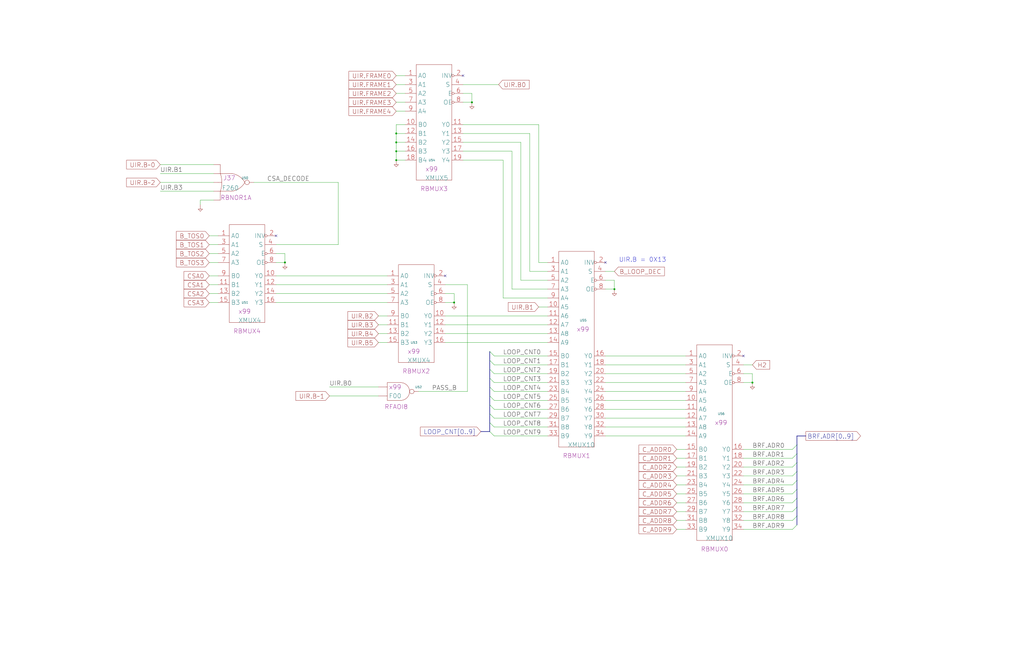
<source format=kicad_sch>
(kicad_sch (version 20230121) (generator eeschema)
  (paper "User" 584.2 378.46)
  (title_block (title "REGISTER FILE CONTROL\\nB ADDRESS GENERATION") (date "22-MAR-90") (rev "1.0") (comment 1 "VALUE") (comment 2 "232-003063") (comment 3 "S400") (comment 4 "RELEASED"))
  (lib_symbols
    (symbol "r1000:F00" (pin_numbers hide) (pin_names hide)
      (property "Reference" "U" (at 15.24 0 0))
      (property "Value" "F00" (at 1.905 -5.08 0))
      (property "Location" "___" (at 1.905 0 0))
      (property "Name" "______" (at 2.54 -12.7 0))
      (symbol "F00_0_1"
        (polyline (pts (xy -2.54 -7.62) (xy 5.08 -7.62)) (stroke (width 0.1524)))
        (polyline (pts (xy -2.54 2.54) (xy -2.54 -7.62)) (stroke (width 0.1524)))
        (polyline (pts (xy -2.54 2.54) (xy 5.08 2.54)) (stroke (width 0.1524)))
        (arc (start 5.08 -7.62) (mid 10.1282 -2.54) (end 5.08 2.54) (stroke (width 0.1524)))
        (circle (center 11.43 -2.54) (radius 1.27) (stroke (width 0.1524)))
      )
      (symbol "F00_0_2"
        (circle (center -3.81 -5.08) (radius 1.27) (stroke (width 0.1524)))
        (circle (center -3.81 0) (radius 1.27) (stroke (width 0.1524)))
        (arc (start -3.175 -7.62) (mid -2.134 -2.54) (end -3.175 2.54) (stroke (width 0.1524)))
        (polyline (pts (xy -3.175 -7.62) (xy 3.81 -7.62)) (stroke (width 0.1524)))
        (polyline (pts (xy -3.175 2.54) (xy 3.81 2.54)) (stroke (width 0.1524)))
        (arc (start 3.81 -7.62) (mid 7.5855 -5.8306) (end 10.16 -2.54) (stroke (width 0.1524)))
        (arc (start 10.16 -2.54) (mid 7.5827 0.7471) (end 3.81 2.54) (stroke (width 0.1524)))
      )
      (symbol "F00_1_1"
        (pin input line (at -7.62 0 0) (length 5.08) (name "D0") (number "1"))
        (pin input line (at -7.62 -5.08 0) (length 5.08) (name "D1") (number "2"))
        (pin output line (at 15.24 -2.54 180) (length 2.54) (name "Q") (number "3"))
      )
      (symbol "F00_1_2"
        (pin input line (at -7.62 0 0) (length 2.54) (name "D0") (number "1"))
        (pin input line (at -7.62 -5.08 0) (length 2.54) (name "D1") (number "2"))
        (pin output line (at 15.24 -2.54 180) (length 5.08) (name "Q") (number "3"))
      )
    )
    (symbol "r1000:F260" (pin_numbers hide) (pin_names hide)
      (property "Reference" "U" (at 10.16 0 0))
      (property "Value" "F260" (at 1.905 -5.715 0))
      (property "Location" "___" (at 1.27 0 0))
      (property "Name" "______" (at 5.08 -12.7 0))
      (symbol "F260_0_1"
        (arc (start -3.8173 -7.62) (mid -2.9926 -2.54) (end -3.8173 2.54) (stroke (width 0.1524)))
        (polyline (pts (xy -5.08 -7.62) (xy -3.81 -7.62)) (stroke (width 0.1524)))
        (polyline (pts (xy -5.08 -2.54) (xy -3.0226 -2.54)) (stroke (width 0.1524)))
        (polyline (pts (xy -5.08 2.54) (xy -3.81 2.54)) (stroke (width 0.1524)))
        (polyline (pts (xy -3.81 -7.62) (xy 2.54 -7.62)) (stroke (width 0.1524)))
        (polyline (pts (xy -3.81 2.54) (xy 2.54 2.54)) (stroke (width 0.1524)))
        (polyline (pts (xy -5.08 -12.7) (xy -3.81 -12.7) (xy -3.81 -7.62)) (stroke (width 0.1524)))
        (polyline (pts (xy -5.08 7.62) (xy -3.81 7.62) (xy -3.81 2.54)) (stroke (width 0.1524)))
        (arc (start 2.54 -7.62) (mid 6.9504 -5.9805) (end 10.16 -2.54) (stroke (width 0.1524)))
        (arc (start 10.16 -2.54) (mid 6.9516 0.9024) (end 2.54 2.54) (stroke (width 0.1524)))
        (circle (center 11.43 -2.54) (radius 1.27) (stroke (width 0.1524)))
      )
      (symbol "F260_0_2"
        (circle (center -6.35 -12.7) (radius 1.27) (stroke (width 0.1524)))
        (circle (center -6.35 -7.62) (radius 1.27) (stroke (width 0.1524)))
        (circle (center -6.35 -2.54) (radius 1.27) (stroke (width 0.1524)))
        (circle (center -6.35 2.54) (radius 1.27) (stroke (width 0.1524)))
        (circle (center -6.35 7.62) (radius 1.27) (stroke (width 0.1524)))
        (polyline (pts (xy -5.08 -13.97) (xy -5.08 8.89)) (stroke (width 0.1524)))
        (polyline (pts (xy -5.08 -7.62) (xy 2.54 -7.62)) (stroke (width 0.1524)))
        (polyline (pts (xy -5.08 2.54) (xy 2.54 2.54)) (stroke (width 0.1524)))
        (arc (start 2.54 -7.62) (mid 6.1321 -6.1321) (end 7.62 -2.54) (stroke (width 0.1524)))
        (arc (start 7.62 -2.54) (mid 6.1321 1.0521) (end 2.54 2.54) (stroke (width 0.1524)))
      )
      (symbol "F260_1_1"
        (pin input line (at -7.62 -2.54 0) (length 2.54) (name "D2") (number "1"))
        (pin input line (at -7.62 7.62 0) (length 2.54) (name "D0") (number "12"))
        (pin input line (at -7.62 2.54 0) (length 2.54) (name "D1") (number "13"))
        (pin input line (at -7.62 -7.62 0) (length 2.54) (name "D3") (number "2"))
        (pin input line (at -7.62 -12.7 0) (length 2.54) (name "D4") (number "3"))
        (pin output line (at 15.24 -2.54 180) (length 2.54) (name "Q") (number "5"))
      )
      (symbol "F260_1_2"
        (pin input line (at -7.62 -2.54 0) (length 0) (name "D2") (number "1"))
        (pin input line (at -7.62 7.62 0) (length 0) (name "D0") (number "12"))
        (pin input line (at -7.62 2.54 0) (length 0) (name "D1") (number "13"))
        (pin input line (at -7.62 -7.62 0) (length 0) (name "D3") (number "2"))
        (pin input line (at -7.62 -12.7 0) (length 0) (name "D4") (number "3"))
        (pin output line (at 15.24 -2.54 180) (length 7.62) (name "Q") (number "5"))
      )
    )
    (symbol "r1000:PD" (power) (pin_numbers hide) (pin_names hide) (in_bom no)
      (symbol "PD_0_1"
        (polyline (pts (xy 0 -2.54) (xy 1.27 -2.54) (xy 0 -3.81) (xy -1.27 -2.54) (xy 0 -2.54)) (stroke (width 0.1524)))
      )
      (symbol "PD_1_1"
        (pin power_in line (at 0 0 270) (length 2.54) (name "PD") (number "1"))
      )
    )
    (symbol "r1000:XMUX10" (pin_names (offset 1.016))
      (property "Reference" "U" (at 2.54 5.08 0))
      (property "Value" "XMUX10" (at -6.35 -66.04 0))
      (property "Location" "___" (at -1.27 0 0))
      (property "Name" "______" (at -1.27 -73.66 0))
      (symbol "XMUX10_1_1"
        (rectangle (start -11.43 44.45) (end 8.89 -67.31))
        (circle (center 9.525 22.86) (radius 0.635))
        (circle (center 9.525 27.94) (radius 0.635))
        (circle (center 9.525 38.1) (radius 0.635))
        (pin input line (at -17.78 38.1 0) (length 6.35) (name "A0") (number "1"))
        (pin input line (at -17.78 12.7 0) (length 6.35) (name "A5") (number "10"))
        (pin input line (at -17.78 7.62 0) (length 6.35) (name "A6") (number "11"))
        (pin input line (at -17.78 2.54 0) (length 6.35) (name "A7") (number "12"))
        (pin input line (at -17.78 -2.54 0) (length 6.35) (name "A8") (number "13"))
        (pin input line (at -17.78 -7.62 0) (length 6.35) (name "A9") (number "14"))
        (pin input line (at -17.78 -15.24 0) (length 6.35) (name "B0") (number "15"))
        (pin tri_state line (at 15.24 -15.24 180) (length 6.35) (name "Y0") (number "16"))
        (pin input line (at -17.78 -20.32 0) (length 6.35) (name "B1") (number "17"))
        (pin tri_state line (at 15.24 -20.32 180) (length 6.35) (name "Y1") (number "18"))
        (pin input line (at -17.78 -25.4 0) (length 6.35) (name "B2") (number "19"))
        (pin input line (at 15.24 38.1 180) (length 5.08) (name "INV") (number "2"))
        (pin tri_state line (at 15.24 -25.4 180) (length 6.35) (name "Y2") (number "20"))
        (pin input line (at -17.78 -30.48 0) (length 6.35) (name "B3") (number "21"))
        (pin tri_state line (at 15.24 -30.48 180) (length 6.35) (name "Y3") (number "22"))
        (pin input line (at -17.78 -35.56 0) (length 6.35) (name "B4") (number "23"))
        (pin tri_state line (at 15.24 -35.56 180) (length 6.35) (name "Y4") (number "24"))
        (pin input line (at -17.78 -40.64 0) (length 6.35) (name "B5") (number "25"))
        (pin tri_state line (at 15.24 -40.64 180) (length 6.35) (name "Y5") (number "26"))
        (pin input line (at -17.78 -45.72 0) (length 6.35) (name "B6") (number "27"))
        (pin tri_state line (at 15.24 -45.72 180) (length 6.35) (name "Y6") (number "28"))
        (pin input line (at -17.78 -50.8 0) (length 6.35) (name "B7") (number "29"))
        (pin input line (at -17.78 33.02 0) (length 6.35) (name "A1") (number "3"))
        (pin tri_state line (at 15.24 -50.8 180) (length 6.35) (name "Y7") (number "30"))
        (pin input line (at -17.78 -55.88 0) (length 6.35) (name "B8") (number "31"))
        (pin tri_state line (at 15.24 -55.88 180) (length 6.35) (name "Y8") (number "32"))
        (pin input line (at -17.78 -60.96 0) (length 6.35) (name "B9") (number "33"))
        (pin tri_state line (at 15.24 -60.96 180) (length 6.35) (name "Y9") (number "34"))
        (pin input line (at 15.24 33.02 180) (length 6.35) (name "S") (number "4"))
        (pin input line (at -17.78 27.94 0) (length 6.35) (name "A2") (number "5"))
        (pin input line (at 15.24 27.94 180) (length 5.08) (name "E") (number "6"))
        (pin input line (at -17.78 22.86 0) (length 6.35) (name "A3") (number "7"))
        (pin input line (at 15.24 22.86 180) (length 5.08) (name "OE") (number "8"))
        (pin input line (at -17.78 17.78 0) (length 6.35) (name "A4") (number "9"))
      )
    )
    (symbol "r1000:XMUX4" (pin_names (offset 1.016))
      (property "Reference" "U" (at 2.54 5.08 0))
      (property "Value" "XMUX4" (at -1.27 -5.08 0))
      (property "Location" "___" (at -1.27 0 0))
      (property "Name" "______" (at 3.81 -12.7 0))
      (symbol "XMUX4_1_1"
        (rectangle (start -6.35 49.53) (end 13.97 -6.35))
        (circle (center 14.605 27.94) (radius 0.635))
        (circle (center 14.605 33.02) (radius 0.635))
        (circle (center 14.605 43.18) (radius 0.635))
        (pin input line (at -12.7 43.18 0) (length 6.35) (name "A0") (number "1"))
        (pin tri_state line (at 20.32 20.32 180) (length 6.35) (name "Y0") (number "10"))
        (pin input line (at -12.7 15.24 0) (length 6.35) (name "B1") (number "11"))
        (pin tri_state line (at 20.32 15.24 180) (length 6.35) (name "Y1") (number "12"))
        (pin input line (at -12.7 10.16 0) (length 6.35) (name "B2") (number "13"))
        (pin tri_state line (at 20.32 10.16 180) (length 6.35) (name "Y2") (number "14"))
        (pin input line (at -12.7 5.08 0) (length 6.35) (name "B3") (number "15"))
        (pin tri_state line (at 20.32 5.08 180) (length 6.35) (name "Y3") (number "16"))
        (pin input line (at 20.32 43.18 180) (length 5.08) (name "INV") (number "2"))
        (pin input line (at -12.7 38.1 0) (length 6.35) (name "A1") (number "3"))
        (pin input line (at 20.32 38.1 180) (length 6.35) (name "S") (number "4"))
        (pin input line (at -12.7 33.02 0) (length 6.35) (name "A2") (number "5"))
        (pin input line (at 20.32 33.02 180) (length 5.08) (name "E") (number "6"))
        (pin input line (at -12.7 27.94 0) (length 6.35) (name "A3") (number "7"))
        (pin input line (at 20.32 27.94 180) (length 5.08) (name "OE") (number "8"))
        (pin input line (at -12.7 20.32 0) (length 6.35) (name "B0") (number "9"))
      )
    )
    (symbol "r1000:XMUX5" (pin_names (offset 1.016))
      (property "Reference" "U" (at 2.54 5.08 0))
      (property "Value" "XMUX5" (at -1.27 -5.08 0))
      (property "Location" "___" (at -1.27 0 0))
      (property "Name" "______" (at 3.81 -12.7 0))
      (symbol "XMUX5_1_1"
        (rectangle (start -6.35 59.69) (end 13.97 -6.35))
        (circle (center 14.605 38.1) (radius 0.635))
        (circle (center 14.605 43.18) (radius 0.635))
        (circle (center 14.605 53.34) (radius 0.635))
        (pin input line (at -12.7 53.34 0) (length 6.35) (name "A0") (number "1"))
        (pin input line (at -12.7 25.4 0) (length 6.35) (name "B0") (number "10"))
        (pin tri_state line (at 20.32 25.4 180) (length 6.35) (name "Y0") (number "11"))
        (pin input line (at -12.7 20.32 0) (length 6.35) (name "B1") (number "12"))
        (pin tri_state line (at 20.32 20.32 180) (length 6.35) (name "Y1") (number "13"))
        (pin input line (at -12.7 15.24 0) (length 6.35) (name "B2") (number "14"))
        (pin tri_state line (at 20.32 15.24 180) (length 6.35) (name "Y2") (number "15"))
        (pin input line (at -12.7 10.16 0) (length 6.35) (name "B3") (number "16"))
        (pin tri_state line (at 20.32 10.16 180) (length 6.35) (name "Y3") (number "17"))
        (pin input line (at -12.7 5.08 0) (length 6.35) (name "B4") (number "18"))
        (pin tri_state line (at 20.32 5.08 180) (length 6.35) (name "Y4") (number "19"))
        (pin input line (at 20.32 53.34 180) (length 5.08) (name "INV") (number "2"))
        (pin input line (at -12.7 48.26 0) (length 6.35) (name "A1") (number "3"))
        (pin input line (at 20.32 48.26 180) (length 6.35) (name "S") (number "4"))
        (pin input line (at -12.7 43.18 0) (length 6.35) (name "A2") (number "5"))
        (pin input line (at 20.32 43.18 180) (length 5.08) (name "E") (number "6"))
        (pin input line (at -12.7 38.1 0) (length 6.35) (name "A3") (number "7"))
        (pin input line (at 20.32 38.1 180) (length 5.08) (name "OE") (number "8"))
        (pin input line (at -12.7 33.02 0) (length 6.35) (name "A4") (number "9"))
      )
    )
  )
  (junction (at 226.06 76.2))
  (junction (at 162.56 149.86))
  (junction (at 226.06 91.44))
  (junction (at 226.06 81.28))
  (junction (at 269.24 58.42))
  (junction (at 226.06 86.36))
  (junction (at 429.26 218.44))
  (junction (at 350.52 165.1))
  (junction (at 259.08 172.72))
  (no_connect (at 157.48 134.62))
  (no_connect (at 254 157.48))
  (no_connect (at 345.44 149.86))
  (no_connect (at 424.18 203.2))
  (no_connect (at 264.16 43.18))
  (bus_entry (at 279.4 236.22) (size 2.54 2.54))
  (bus_entry (at 454.66 264.16) (size -2.54 2.54))
  (bus_entry (at 454.66 279.4) (size -2.54 2.54))
  (bus_entry (at 454.66 294.64) (size -2.54 2.54))
  (bus_entry (at 454.66 269.24) (size -2.54 2.54))
  (bus_entry (at 279.4 246.38) (size 2.54 2.54))
  (bus_entry (at 279.4 210.82) (size 2.54 2.54))
  (bus_entry (at 279.4 231.14) (size 2.54 2.54))
  (bus_entry (at 454.66 274.32) (size -2.54 2.54))
  (bus_entry (at 454.66 259.08) (size -2.54 2.54))
  (bus_entry (at 279.4 226.06) (size 2.54 2.54))
  (bus_entry (at 279.4 200.66) (size 2.54 2.54))
  (bus_entry (at 279.4 220.98) (size 2.54 2.54))
  (bus_entry (at 279.4 205.74) (size 2.54 2.54))
  (bus_entry (at 454.66 254) (size -2.54 2.54))
  (bus_entry (at 454.66 299.72) (size -2.54 2.54))
  (bus_entry (at 279.4 241.3) (size 2.54 2.54))
  (bus_entry (at 454.66 289.56) (size -2.54 2.54))
  (bus_entry (at 279.4 215.9) (size 2.54 2.54))
  (bus_entry (at 454.66 284.48) (size -2.54 2.54))
  (wire (pts (xy 157.48 162.56) (xy 220.98 162.56)))
  (wire (pts (xy 345.44 223.52) (xy 391.16 223.52)))
  (wire (pts (xy 302.26 76.2) (xy 302.26 154.94)))
  (wire (pts (xy 269.24 53.34) (xy 269.24 58.42)))
  (bus (pts (xy 454.66 254) (xy 454.66 259.08)))
  (wire (pts (xy 266.7 223.52) (xy 266.7 162.56)))
  (wire (pts (xy 157.48 144.78) (xy 162.56 144.78)))
  (wire (pts (xy 386.08 276.86) (xy 391.16 276.86)))
  (wire (pts (xy 215.9 185.42) (xy 220.98 185.42)))
  (bus (pts (xy 279.4 236.22) (xy 279.4 241.3)))
  (wire (pts (xy 429.26 213.36) (xy 429.26 218.44)))
  (wire (pts (xy 215.9 190.5) (xy 220.98 190.5)))
  (wire (pts (xy 254 180.34) (xy 312.42 180.34)))
  (wire (pts (xy 297.18 160.02) (xy 297.18 81.28)))
  (wire (pts (xy 424.18 292.1) (xy 452.12 292.1)))
  (wire (pts (xy 281.94 233.68) (xy 312.42 233.68)))
  (wire (pts (xy 226.06 86.36) (xy 231.14 86.36)))
  (bus (pts (xy 279.4 215.9) (xy 279.4 220.98)))
  (wire (pts (xy 226.06 91.44) (xy 226.06 86.36)))
  (wire (pts (xy 259.08 172.72) (xy 254 172.72)))
  (wire (pts (xy 157.48 172.72) (xy 220.98 172.72)))
  (wire (pts (xy 386.08 271.78) (xy 391.16 271.78)))
  (wire (pts (xy 238.76 223.52) (xy 266.7 223.52)))
  (bus (pts (xy 454.66 259.08) (xy 454.66 264.16)))
  (wire (pts (xy 424.18 281.94) (xy 452.12 281.94)))
  (wire (pts (xy 345.44 243.84) (xy 391.16 243.84)))
  (wire (pts (xy 386.08 266.7) (xy 391.16 266.7)))
  (wire (pts (xy 226.06 76.2) (xy 226.06 71.12)))
  (wire (pts (xy 345.44 238.76) (xy 391.16 238.76)))
  (bus (pts (xy 279.4 200.66) (xy 279.4 205.74)))
  (bus (pts (xy 454.66 294.64) (xy 454.66 299.72)))
  (wire (pts (xy 254 190.5) (xy 312.42 190.5)))
  (bus (pts (xy 279.4 241.3) (xy 279.4 246.38)))
  (wire (pts (xy 254 167.64) (xy 259.08 167.64)))
  (bus (pts (xy 454.66 248.92) (xy 454.66 254)))
  (wire (pts (xy 345.44 228.6) (xy 391.16 228.6)))
  (wire (pts (xy 226.06 81.28) (xy 226.06 76.2)))
  (wire (pts (xy 281.94 218.44) (xy 312.42 218.44)))
  (wire (pts (xy 119.38 172.72) (xy 124.46 172.72)))
  (wire (pts (xy 162.56 149.86) (xy 157.48 149.86)))
  (wire (pts (xy 424.18 302.26) (xy 452.12 302.26)))
  (wire (pts (xy 91.44 99.06) (xy 121.92 99.06)))
  (wire (pts (xy 424.18 266.7) (xy 452.12 266.7)))
  (wire (pts (xy 162.56 144.78) (xy 162.56 149.86)))
  (wire (pts (xy 264.16 48.26) (xy 284.48 48.26)))
  (wire (pts (xy 187.96 220.98) (xy 215.9 220.98)))
  (wire (pts (xy 193.04 104.14) (xy 193.04 139.7)))
  (wire (pts (xy 424.18 208.28) (xy 429.26 208.28)))
  (wire (pts (xy 386.08 261.62) (xy 391.16 261.62)))
  (wire (pts (xy 281.94 223.52) (xy 312.42 223.52)))
  (bus (pts (xy 459.74 248.92) (xy 454.66 248.92)))
  (wire (pts (xy 157.48 157.48) (xy 220.98 157.48)))
  (wire (pts (xy 424.18 261.62) (xy 452.12 261.62)))
  (wire (pts (xy 292.1 86.36) (xy 292.1 165.1)))
  (wire (pts (xy 429.26 218.44) (xy 424.18 218.44)))
  (wire (pts (xy 264.16 53.34) (xy 269.24 53.34)))
  (wire (pts (xy 226.06 76.2) (xy 231.14 76.2)))
  (wire (pts (xy 292.1 165.1) (xy 312.42 165.1)))
  (wire (pts (xy 119.38 149.86) (xy 124.46 149.86)))
  (wire (pts (xy 297.18 81.28) (xy 264.16 81.28)))
  (bus (pts (xy 279.4 231.14) (xy 279.4 236.22)))
  (wire (pts (xy 281.94 248.92) (xy 312.42 248.92)))
  (wire (pts (xy 302.26 154.94) (xy 312.42 154.94)))
  (bus (pts (xy 454.66 269.24) (xy 454.66 274.32)))
  (wire (pts (xy 424.18 297.18) (xy 452.12 297.18)))
  (wire (pts (xy 226.06 86.36) (xy 226.06 81.28)))
  (wire (pts (xy 345.44 208.28) (xy 391.16 208.28)))
  (bus (pts (xy 274.32 246.38) (xy 279.4 246.38)))
  (wire (pts (xy 307.34 175.26) (xy 312.42 175.26)))
  (wire (pts (xy 281.94 213.36) (xy 312.42 213.36)))
  (wire (pts (xy 119.38 167.64) (xy 124.46 167.64)))
  (bus (pts (xy 279.4 210.82) (xy 279.4 215.9)))
  (wire (pts (xy 386.08 256.54) (xy 391.16 256.54)))
  (wire (pts (xy 91.44 104.14) (xy 121.92 104.14)))
  (wire (pts (xy 226.06 63.5) (xy 231.14 63.5)))
  (wire (pts (xy 345.44 213.36) (xy 391.16 213.36)))
  (wire (pts (xy 114.3 116.84) (xy 114.3 114.3)))
  (wire (pts (xy 386.08 302.26) (xy 391.16 302.26)))
  (wire (pts (xy 345.44 248.92) (xy 391.16 248.92)))
  (wire (pts (xy 281.94 238.76) (xy 312.42 238.76)))
  (wire (pts (xy 91.44 93.98) (xy 121.92 93.98)))
  (wire (pts (xy 157.48 167.64) (xy 220.98 167.64)))
  (wire (pts (xy 350.52 160.02) (xy 350.52 165.1)))
  (wire (pts (xy 424.18 287.02) (xy 452.12 287.02)))
  (wire (pts (xy 119.38 134.62) (xy 124.46 134.62)))
  (wire (pts (xy 144.78 104.14) (xy 193.04 104.14)))
  (wire (pts (xy 259.08 167.64) (xy 259.08 172.72)))
  (wire (pts (xy 424.18 256.54) (xy 452.12 256.54)))
  (wire (pts (xy 264.16 86.36) (xy 292.1 86.36)))
  (wire (pts (xy 312.42 160.02) (xy 297.18 160.02)))
  (wire (pts (xy 345.44 154.94) (xy 350.52 154.94)))
  (wire (pts (xy 226.06 48.26) (xy 231.14 48.26)))
  (wire (pts (xy 226.06 58.42) (xy 231.14 58.42)))
  (wire (pts (xy 287.02 91.44) (xy 264.16 91.44)))
  (wire (pts (xy 281.94 203.2) (xy 312.42 203.2)))
  (wire (pts (xy 345.44 233.68) (xy 391.16 233.68)))
  (wire (pts (xy 119.38 139.7) (xy 124.46 139.7)))
  (wire (pts (xy 269.24 58.42) (xy 264.16 58.42)))
  (wire (pts (xy 307.34 149.86) (xy 312.42 149.86)))
  (wire (pts (xy 254 195.58) (xy 312.42 195.58)))
  (wire (pts (xy 424.18 213.36) (xy 429.26 213.36)))
  (wire (pts (xy 187.96 226.06) (xy 215.9 226.06)))
  (wire (pts (xy 254 162.56) (xy 266.7 162.56)))
  (wire (pts (xy 350.52 165.1) (xy 345.44 165.1)))
  (bus (pts (xy 279.4 220.98) (xy 279.4 226.06)))
  (wire (pts (xy 119.38 157.48) (xy 124.46 157.48)))
  (wire (pts (xy 215.9 180.34) (xy 220.98 180.34)))
  (wire (pts (xy 386.08 297.18) (xy 391.16 297.18)))
  (wire (pts (xy 91.44 109.22) (xy 121.92 109.22)))
  (wire (pts (xy 264.16 76.2) (xy 302.26 76.2)))
  (wire (pts (xy 312.42 170.18) (xy 287.02 170.18)))
  (wire (pts (xy 119.38 162.56) (xy 124.46 162.56)))
  (wire (pts (xy 226.06 91.44) (xy 231.14 91.44)))
  (wire (pts (xy 226.06 71.12) (xy 231.14 71.12)))
  (wire (pts (xy 281.94 243.84) (xy 312.42 243.84)))
  (wire (pts (xy 281.94 208.28) (xy 312.42 208.28)))
  (wire (pts (xy 287.02 170.18) (xy 287.02 91.44)))
  (wire (pts (xy 226.06 53.34) (xy 231.14 53.34)))
  (wire (pts (xy 307.34 71.12) (xy 307.34 149.86)))
  (bus (pts (xy 454.66 264.16) (xy 454.66 269.24)))
  (wire (pts (xy 157.48 139.7) (xy 193.04 139.7)))
  (bus (pts (xy 454.66 274.32) (xy 454.66 279.4)))
  (wire (pts (xy 424.18 271.78) (xy 452.12 271.78)))
  (wire (pts (xy 424.18 276.86) (xy 452.12 276.86)))
  (wire (pts (xy 114.3 114.3) (xy 121.92 114.3)))
  (wire (pts (xy 386.08 292.1) (xy 391.16 292.1)))
  (wire (pts (xy 386.08 281.94) (xy 391.16 281.94)))
  (wire (pts (xy 119.38 144.78) (xy 124.46 144.78)))
  (bus (pts (xy 279.4 226.06) (xy 279.4 231.14)))
  (wire (pts (xy 264.16 71.12) (xy 307.34 71.12)))
  (wire (pts (xy 226.06 81.28) (xy 231.14 81.28)))
  (wire (pts (xy 345.44 218.44) (xy 391.16 218.44)))
  (bus (pts (xy 454.66 279.4) (xy 454.66 284.48)))
  (wire (pts (xy 215.9 195.58) (xy 220.98 195.58)))
  (wire (pts (xy 345.44 203.2) (xy 391.16 203.2)))
  (wire (pts (xy 345.44 160.02) (xy 350.52 160.02)))
  (bus (pts (xy 454.66 289.56) (xy 454.66 294.64)))
  (wire (pts (xy 281.94 228.6) (xy 312.42 228.6)))
  (bus (pts (xy 454.66 284.48) (xy 454.66 289.56)))
  (wire (pts (xy 254 185.42) (xy 312.42 185.42)))
  (bus (pts (xy 279.4 205.74) (xy 279.4 210.82)))
  (wire (pts (xy 386.08 287.02) (xy 391.16 287.02)))
  (wire (pts (xy 226.06 43.18) (xy 231.14 43.18)))
  (text "UIR.B = 0X13" (at 353.06 149.86 0) (effects (font (size 2.54 2.54)) (justify left bottom)))
  (label "LOOP_CNT4" (at 287.02 223.52 0) (effects (font (size 2.54 2.54))))
  (label "LOOP_CNT8" (at 287.02 243.84 0) (effects (font (size 2.54 2.54))))
  (label "BRF.ADR6" (at 429.26 287.02 0) (effects (font (size 2.54 2.54))))
  (label "PASS_B" (at 246.38 223.52 0) (effects (font (size 2.54 2.54))))
  (label "BRF.ADR0" (at 429.26 256.54 0) (effects (font (size 2.54 2.54))))
  (label "CSA_DECODE" (at 152.4 104.14 0) (effects (font (size 2.54 2.54))))
  (label "BRF.ADR8" (at 429.26 297.18 0) (effects (font (size 2.54 2.54))))
  (label "LOOP_CNT2" (at 287.02 213.36 0) (effects (font (size 2.54 2.54))))
  (label "BRF.ADR2" (at 429.26 266.7 0) (effects (font (size 2.54 2.54))))
  (label "UIR.B3" (at 91.44 109.22 0) (effects (font (size 2.54 2.54))))
  (label "LOOP_CNT5" (at 287.02 228.6 0) (effects (font (size 2.54 2.54))))
  (label "LOOP_CNT1" (at 287.02 208.28 0) (effects (font (size 2.54 2.54))))
  (label "UIR.B1" (at 91.44 99.06 0) (effects (font (size 2.54 2.54))))
  (label "BRF.ADR9" (at 429.26 302.26 0) (effects (font (size 2.54 2.54))))
  (label "LOOP_CNT0" (at 287.02 203.2 0) (effects (font (size 2.54 2.54))))
  (label "LOOP_CNT9" (at 287.02 248.92 0) (effects (font (size 2.54 2.54))))
  (label "BRF.ADR7" (at 429.26 292.1 0) (effects (font (size 2.54 2.54))))
  (label "LOOP_CNT6" (at 287.02 233.68 0) (effects (font (size 2.54 2.54))))
  (label "LOOP_CNT3" (at 287.02 218.44 0) (effects (font (size 2.54 2.54))))
  (label "LOOP_CNT7" (at 287.02 238.76 0) (effects (font (size 2.54 2.54))))
  (label "BRF.ADR1" (at 429.26 261.62 0) (effects (font (size 2.54 2.54))))
  (label "BRF.ADR3" (at 429.26 271.78 0) (effects (font (size 2.54 2.54))))
  (label "UIR.B0" (at 187.96 220.98 0) (effects (font (size 2.54 2.54))))
  (label "BRF.ADR4" (at 429.26 276.86 0) (effects (font (size 2.54 2.54))))
  (label "BRF.ADR5" (at 429.26 281.94 0) (effects (font (size 2.54 2.54))))
  (global_label "UIR.B~1" (shape input) (at 187.96 226.06 180) (effects (font (size 2.54 2.54))) (property "Intersheetrefs" "${INTERSHEET_REFS}" (at 168.7407 225.9013 0) (effects (font (size 1.905 1.905)) (justify right))))
  (global_label "UIR.B~2" (shape input) (at 91.44 104.14 180) (effects (font (size 2.54 2.54))) (property "Intersheetrefs" "${INTERSHEET_REFS}" (at 72.2207 103.9813 0) (effects (font (size 1.905 1.905)) (justify right))))
  (global_label "C_ADDR5" (shape input) (at 386.08 281.94 180) (effects (font (size 2.54 2.54))) (property "Intersheetrefs" "${INTERSHEET_REFS}" (at 363.8958 281.94 0) (effects (justify right))))
  (global_label "UIR.B5" (shape input) (at 215.9 195.58 180) (effects (font (size 2.54 2.54))) (property "Intersheetrefs" "${INTERSHEET_REFS}" (at 197.8281 195.58 0) (effects (font (size 1.905 1.905)) (justify right))))
  (global_label "CSA1" (shape input) (at 119.38 162.56 180) (effects (font (size 2.54 2.54))) (property "Intersheetrefs" "${INTERSHEET_REFS}" (at 104.9988 162.4013 0) (effects (font (size 1.905 1.905)) (justify right))))
  (global_label "C_ADDR1" (shape input) (at 386.08 261.62 180) (effects (font (size 2.54 2.54))) (property "Intersheetrefs" "${INTERSHEET_REFS}" (at 363.8958 261.62 0) (effects (justify right))))
  (global_label "H2" (shape input) (at 429.26 208.28 0) (effects (font (size 2.54 2.54))) (property "Intersheetrefs" "${INTERSHEET_REFS}" (at 439.166 208.1213 0) (effects (font (size 1.905 1.905)) (justify left))))
  (global_label "UIR.B~0" (shape input) (at 91.44 93.98 180) (effects (font (size 2.54 2.54))) (property "Intersheetrefs" "${INTERSHEET_REFS}" (at 72.2207 93.8213 0) (effects (font (size 1.905 1.905)) (justify right))))
  (global_label "CSA3" (shape input) (at 119.38 172.72 180) (effects (font (size 2.54 2.54))) (property "Intersheetrefs" "${INTERSHEET_REFS}" (at 104.9988 172.5613 0) (effects (font (size 1.905 1.905)) (justify right))))
  (global_label "C_ADDR9" (shape input) (at 386.08 302.26 180) (effects (font (size 2.54 2.54))) (property "Intersheetrefs" "${INTERSHEET_REFS}" (at 363.8958 302.26 0) (effects (justify right))))
  (global_label "C_ADDR4" (shape input) (at 386.08 276.86 180) (effects (font (size 2.54 2.54))) (property "Intersheetrefs" "${INTERSHEET_REFS}" (at 363.8958 276.86 0) (effects (justify right))))
  (global_label "CSA2" (shape input) (at 119.38 167.64 180) (effects (font (size 2.54 2.54))) (property "Intersheetrefs" "${INTERSHEET_REFS}" (at 104.9988 167.4813 0) (effects (font (size 1.905 1.905)) (justify right))))
  (global_label "B_TOS3" (shape input) (at 119.38 149.86 180) (effects (font (size 2.54 2.54))) (property "Intersheetrefs" "${INTERSHEET_REFS}" (at 100.6445 149.7013 0) (effects (font (size 1.905 1.905)) (justify right))))
  (global_label "UIR.FRAME4" (shape input) (at 226.06 63.5 180) (effects (font (size 2.54 2.54))) (property "Intersheetrefs" "${INTERSHEET_REFS}" (at 199.0997 63.3413 0) (effects (font (size 1.905 1.905)) (justify right))))
  (global_label "C_ADDR3" (shape input) (at 386.08 271.78 180) (effects (font (size 2.54 2.54))) (property "Intersheetrefs" "${INTERSHEET_REFS}" (at 363.8958 271.78 0) (effects (justify right))))
  (global_label "LOOP_CNT[0..9]" (shape input) (at 274.32 246.38 180) (effects (font (size 2.54 2.54))) (property "Intersheetrefs" "${INTERSHEET_REFS}" (at 239.8607 246.2213 0) (effects (font (size 1.905 1.905)) (justify right))))
  (global_label "BRF.ADR[0..9]" (shape output) (at 459.74 248.92 0) (effects (font (size 2.54 2.54))) (property "Intersheetrefs" "${INTERSHEET_REFS}" (at 491.6002 248.92 0) (effects (font (size 1.905 1.905)) (justify left))))
  (global_label "C_ADDR6" (shape input) (at 386.08 287.02 180) (effects (font (size 2.54 2.54))) (property "Intersheetrefs" "${INTERSHEET_REFS}" (at 363.8958 287.02 0) (effects (justify right))))
  (global_label "UIR.B4" (shape input) (at 215.9 190.5 180) (effects (font (size 2.54 2.54))) (property "Intersheetrefs" "${INTERSHEET_REFS}" (at 197.8281 190.5 0) (effects (font (size 1.905 1.905)) (justify right))))
  (global_label "C_ADDR0" (shape input) (at 386.08 256.54 180) (effects (font (size 2.54 2.54))) (property "Intersheetrefs" "${INTERSHEET_REFS}" (at 363.8958 256.54 0) (effects (font (size 1.905 1.905)) (justify right))))
  (global_label "B_TOS0" (shape input) (at 119.38 134.62 180) (effects (font (size 2.54 2.54))) (property "Intersheetrefs" "${INTERSHEET_REFS}" (at 100.6445 134.4613 0) (effects (font (size 1.905 1.905)) (justify right))))
  (global_label "B_TOS1" (shape input) (at 119.38 139.7 180) (effects (font (size 2.54 2.54))) (property "Intersheetrefs" "${INTERSHEET_REFS}" (at 100.6445 139.5413 0) (effects (font (size 1.905 1.905)) (justify right))))
  (global_label "UIR.FRAME0" (shape input) (at 226.06 43.18 180) (effects (font (size 2.54 2.54))) (property "Intersheetrefs" "${INTERSHEET_REFS}" (at 199.0997 43.0213 0) (effects (font (size 1.905 1.905)) (justify right))))
  (global_label "UIR.FRAME2" (shape input) (at 226.06 53.34 180) (effects (font (size 2.54 2.54))) (property "Intersheetrefs" "${INTERSHEET_REFS}" (at 199.0997 53.1813 0) (effects (font (size 1.905 1.905)) (justify right))))
  (global_label "B_LOOP_DEC" (shape input) (at 350.52 154.94 0) (effects (font (size 2.54 2.54))) (property "Intersheetrefs" "${INTERSHEET_REFS}" (at 379.7196 154.94 0) (effects (font (size 1.905 1.905)) (justify left))))
  (global_label "UIR.B2" (shape input) (at 215.9 180.34 180) (effects (font (size 2.54 2.54))) (property "Intersheetrefs" "${INTERSHEET_REFS}" (at 197.8281 180.34 0) (effects (font (size 1.905 1.905)) (justify right))))
  (global_label "UIR.B0" (shape input) (at 284.48 48.26 0) (effects (font (size 2.54 2.54))) (property "Intersheetrefs" "${INTERSHEET_REFS}" (at 301.885 48.1013 0) (effects (font (size 1.905 1.905)) (justify left))))
  (global_label "CSA0" (shape input) (at 119.38 157.48 180) (effects (font (size 2.54 2.54))) (property "Intersheetrefs" "${INTERSHEET_REFS}" (at 104.9988 157.3213 0) (effects (font (size 1.905 1.905)) (justify right))))
  (global_label "B_TOS2" (shape input) (at 119.38 144.78 180) (effects (font (size 2.54 2.54))) (property "Intersheetrefs" "${INTERSHEET_REFS}" (at 100.6445 144.6213 0) (effects (font (size 1.905 1.905)) (justify right))))
  (global_label "UIR.B1" (shape input) (at 307.34 175.26 180) (effects (font (size 2.54 2.54))) (property "Intersheetrefs" "${INTERSHEET_REFS}" (at 289.935 175.1013 0) (effects (font (size 1.905 1.905)) (justify right))))
  (global_label "UIR.B3" (shape input) (at 215.9 185.42 180) (effects (font (size 2.54 2.54))) (property "Intersheetrefs" "${INTERSHEET_REFS}" (at 197.8281 185.42 0) (effects (font (size 1.905 1.905)) (justify right))))
  (global_label "C_ADDR8" (shape input) (at 386.08 297.18 180) (effects (font (size 2.54 2.54))) (property "Intersheetrefs" "${INTERSHEET_REFS}" (at 363.8958 297.18 0) (effects (justify right))))
  (global_label "UIR.FRAME1" (shape input) (at 226.06 48.26 180) (effects (font (size 2.54 2.54))) (property "Intersheetrefs" "${INTERSHEET_REFS}" (at 199.0997 48.1013 0) (effects (font (size 1.905 1.905)) (justify right))))
  (global_label "UIR.FRAME3" (shape input) (at 226.06 58.42 180) (effects (font (size 2.54 2.54))) (property "Intersheetrefs" "${INTERSHEET_REFS}" (at 199.0997 58.2613 0) (effects (font (size 1.905 1.905)) (justify right))))
  (global_label "C_ADDR2" (shape input) (at 386.08 266.7 180) (effects (font (size 2.54 2.54))) (property "Intersheetrefs" "${INTERSHEET_REFS}" (at 363.8958 266.7 0) (effects (justify right))))
  (global_label "C_ADDR7" (shape input) (at 386.08 292.1 180) (effects (font (size 2.54 2.54))) (property "Intersheetrefs" "${INTERSHEET_REFS}" (at 363.8958 292.1 0) (effects (justify right))))
  (symbol (lib_id "r1000:PD") (at 259.08 172.72 0) (unit 1) (in_bom no)
    (property "Reference" "#PWR036" (effects hide))
    (property "Value" "PD" (effects hide))
  )
  (symbol (lib_id "r1000:XMUX10") (at 330.2 187.96 0) (unit 1)
    (property "Reference" "U55" (at 332.74 182.88 0))
    (property "Value" "XMUX10" (at 323.85 254 0) (effects (font (size 2.54 2.54)) (justify left)))
    (property "Location" "x99" (at 328.93 187.96 0) (effects (font (size 2.54 2.54)) (justify left)))
    (property "Name" "RBMUX1" (at 328.93 261.62 0) (effects (font (size 2.54 2.54)) (justify bottom)))
  )
  (symbol (lib_id "r1000:PD") (at 162.56 149.86 0) (unit 1) (in_bom no)
    (property "Reference" "#PWR034" (effects hide))
    (property "Value" "PD" (effects hide))
  )
  (symbol (lib_id "r1000:F00") (at 223.52 220.98 0) (unit 1)
    (property "Reference" "U52" (at 238.76 220.98 0))
    (property "Value" "F00" (at 225.425 226.06 0) (effects (font (size 2.54 2.54))))
    (property "Location" "x99" (at 225.425 220.98 0) (effects (font (size 2.54 2.54))))
    (property "Name" "RFAOI8" (at 226.06 233.68 0) (effects (font (size 2.54 2.54)) (justify bottom)))
  )
  (symbol (lib_id "r1000:PD") (at 429.26 218.44 0) (unit 1) (in_bom no)
    (property "Reference" "#PWR039" (effects hide))
    (property "Value" "PD" (effects hide))
  )
  (symbol (lib_id "r1000:XMUX4") (at 233.68 200.66 0) (unit 1)
    (property "Reference" "U53" (at 236.22 195.58 0))
    (property "Value" "XMUX4" (at 232.41 205.74 0) (effects (font (size 2.54 2.54)) (justify left)))
    (property "Location" "x99" (at 232.41 200.66 0) (effects (font (size 2.54 2.54)) (justify left)))
    (property "Name" "RBMUX2" (at 237.49 213.36 0) (effects (font (size 2.54 2.54)) (justify bottom)))
  )
  (symbol (lib_id "r1000:PD") (at 114.3 116.84 0) (unit 1) (in_bom no)
    (property "Reference" "#PWR033" (effects hide))
    (property "Value" "PD" (effects hide))
  )
  (symbol (lib_id "r1000:XMUX5") (at 243.84 96.52 0) (unit 1)
    (property "Reference" "U54" (at 246.38 91.44 0))
    (property "Value" "XMUX5" (at 242.57 101.6 0) (effects (font (size 2.54 2.54)) (justify left)))
    (property "Location" "x99" (at 242.57 96.52 0) (effects (font (size 2.54 2.54)) (justify left)))
    (property "Name" "RBMUX3" (at 247.65 109.22 0) (effects (font (size 2.54 2.54)) (justify bottom)))
  )
  (symbol (lib_id "r1000:XMUX10") (at 408.94 241.3 0) (unit 1)
    (property "Reference" "U56" (at 411.48 236.22 0))
    (property "Value" "XMUX10" (at 402.59 307.34 0) (effects (font (size 2.54 2.54)) (justify left)))
    (property "Location" "x99" (at 407.67 241.3 0) (effects (font (size 2.54 2.54)) (justify left)))
    (property "Name" "RBMUX0" (at 407.67 314.96 0) (effects (font (size 2.54 2.54)) (justify bottom)))
  )
  (symbol (lib_id "r1000:XMUX4") (at 137.16 177.8 0) (unit 1)
    (property "Reference" "U51" (at 139.7 172.72 0))
    (property "Value" "XMUX4" (at 135.89 182.88 0) (effects (font (size 2.54 2.54)) (justify left)))
    (property "Location" "x99" (at 135.89 177.8 0) (effects (font (size 2.54 2.54)) (justify left)))
    (property "Name" "RBMUX4" (at 140.97 190.5 0) (effects (font (size 2.54 2.54)) (justify bottom)))
  )
  (symbol (lib_id "r1000:PD") (at 269.24 58.42 0) (unit 1) (in_bom no)
    (property "Reference" "#PWR037" (effects hide))
    (property "Value" "PD" (effects hide))
  )
  (symbol (lib_id "r1000:F260") (at 129.54 101.6 0) (unit 1)
    (property "Reference" "U50" (at 139.7 101.6 0))
    (property "Value" "F260" (at 131.445 107.315 0) (effects (font (size 2.54 2.54))))
    (property "Location" "J37" (at 130.81 101.6 0) (effects (font (size 2.54 2.54))))
    (property "Name" "RBNOR1A" (at 134.62 114.3 0) (effects (font (size 2.54 2.54)) (justify bottom)))
  )
  (symbol (lib_id "r1000:PD") (at 226.06 91.44 0) (unit 1) (in_bom no)
    (property "Reference" "#PWR035" (effects hide))
    (property "Value" "PD" (effects hide))
  )
  (symbol (lib_id "r1000:PD") (at 350.52 165.1 0) (unit 1) (in_bom no)
    (property "Reference" "#PWR038" (effects hide))
    (property "Value" "PD" (effects hide))
  )
)
</source>
